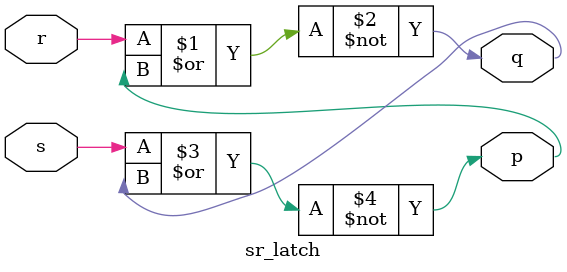
<source format=v>
`timescale 1ns / 1ps


module sr_latch(
    input s,
    input r,
    output q,
    output p
    );
   
   wire q, p;
   nor(q, r, p);
   nor(p, s, q);
endmodule

</source>
